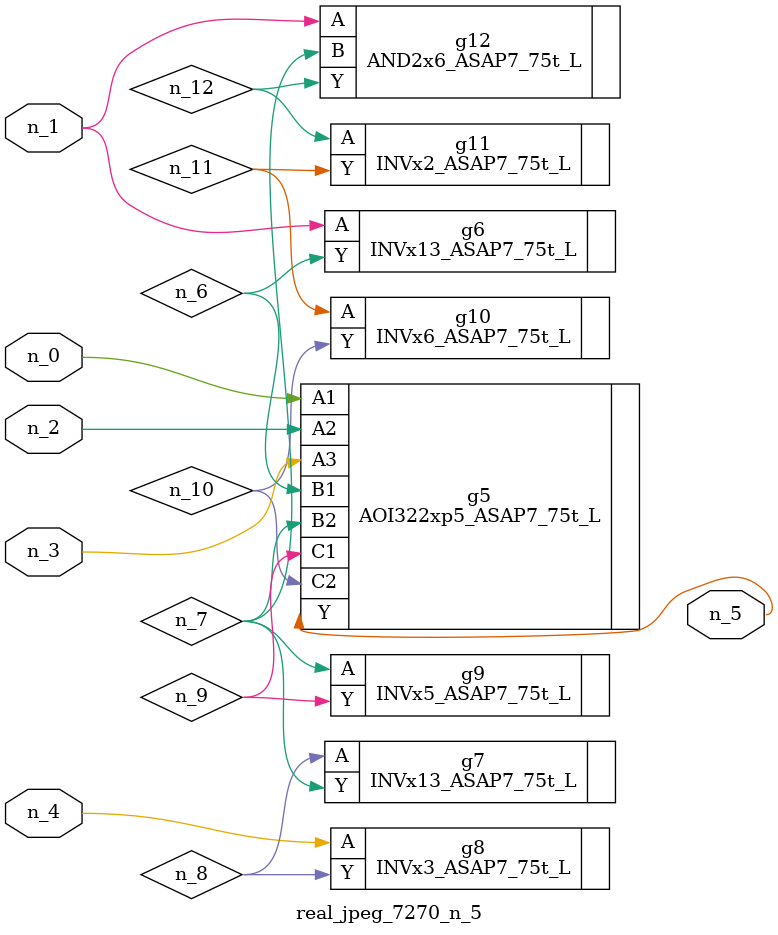
<source format=v>
module real_jpeg_7270_n_5 (n_4, n_0, n_1, n_2, n_3, n_5);

input n_4;
input n_0;
input n_1;
input n_2;
input n_3;

output n_5;

wire n_12;
wire n_8;
wire n_11;
wire n_6;
wire n_7;
wire n_10;
wire n_9;

AOI322xp5_ASAP7_75t_L g5 ( 
.A1(n_0),
.A2(n_2),
.A3(n_3),
.B1(n_6),
.B2(n_7),
.C1(n_9),
.C2(n_10),
.Y(n_5)
);

INVx13_ASAP7_75t_L g6 ( 
.A(n_1),
.Y(n_6)
);

AND2x6_ASAP7_75t_L g12 ( 
.A(n_1),
.B(n_7),
.Y(n_12)
);

INVx3_ASAP7_75t_L g8 ( 
.A(n_4),
.Y(n_8)
);

INVx5_ASAP7_75t_L g9 ( 
.A(n_7),
.Y(n_9)
);

INVx13_ASAP7_75t_L g7 ( 
.A(n_8),
.Y(n_7)
);

INVx6_ASAP7_75t_L g10 ( 
.A(n_11),
.Y(n_10)
);

INVx2_ASAP7_75t_L g11 ( 
.A(n_12),
.Y(n_11)
);


endmodule
</source>
